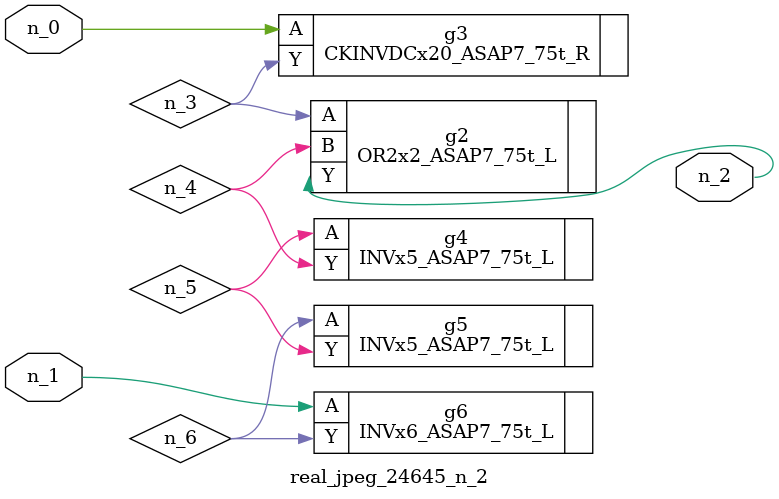
<source format=v>
module real_jpeg_24645_n_2 (n_1, n_0, n_2);

input n_1;
input n_0;

output n_2;

wire n_5;
wire n_4;
wire n_6;
wire n_3;

CKINVDCx20_ASAP7_75t_R g3 ( 
.A(n_0),
.Y(n_3)
);

INVx6_ASAP7_75t_L g6 ( 
.A(n_1),
.Y(n_6)
);

OR2x2_ASAP7_75t_L g2 ( 
.A(n_3),
.B(n_4),
.Y(n_2)
);

INVx5_ASAP7_75t_L g4 ( 
.A(n_5),
.Y(n_4)
);

INVx5_ASAP7_75t_L g5 ( 
.A(n_6),
.Y(n_5)
);


endmodule
</source>
